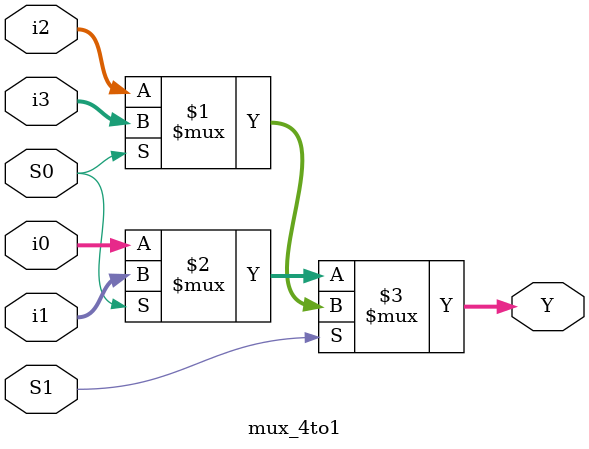
<source format=v>
`timescale 1ns / 1ps



module mux_4to1(
    input wire[3:0] i0, i1, i2, i3,
    input wire S0, S1,         
    output wire [3:0]Y          
);
    assign Y = S1 ? (S0 ? i3 : i2) : (S0 ? i1 : i0);
endmodule
</source>
